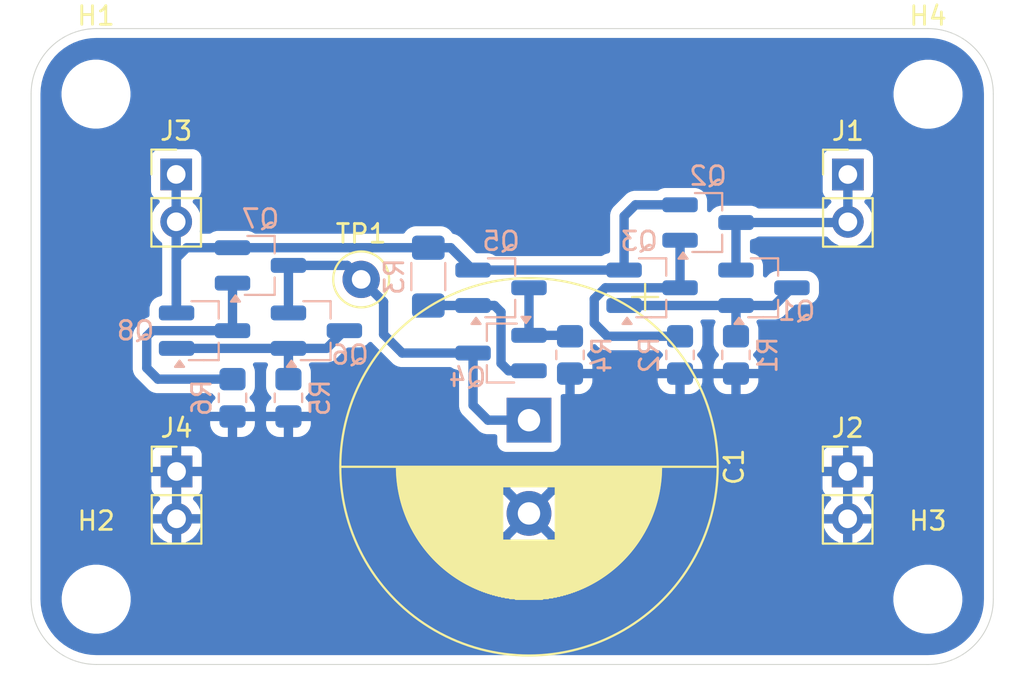
<source format=kicad_pcb>
(kicad_pcb (version 20240108) (generator "pcbnew") (generator_version "8.0")
  (title_block (title "Super Capacitor Charge and Backup Circuit") (date "2024-04-21") (company "Perry Leumas") (comment 1 "Test circuit of backup power for ATtiny416 to") (comment 2 "    provide enough power for EEPROM write on power loss"))
  (layers (0 "F.Cu" signal) (31 "B.Cu" signal) (34 "B.Paste" user) (35 "F.Paste" user) (36 "B.SilkS" user "B.Silkscreen") (37 "F.SilkS" user "F.Silkscreen") (38 "B.Mask" user) (39 "F.Mask" user) (44 "Edge.Cuts" user))
  (net 0 "")
  (net 1 "GND")
  (net 2 "Net-(Q4-C)")
  (net 3 "/Vin")
  (net 4 "/Vout")
  (net 5 "Net-(Q1-B)")
  (net 6 "Net-(Q2-G)")
  (net 7 "Net-(Q4-B)")
  (net 8 "Net-(Q4-E)")
  (net 9 "Net-(Q6-B)")
  (net 10 "Net-(Q7-G)")
  (footprint "pl_Capacitor_THT:CP_Radial_D20.0mm_P5.00mm" (layer "F.Cu") (at 178.1 78.9 -90)
    (property "Reference" "C1" (at 2.5 -11 90) (layer "F.SilkS"))
    (property "Value" "1F")
    (fp_line (start 3.581 1.44) (end 3.581 6.998) (stroke (width 0.12)) (layer "F.SilkS"))
    (fp_line (start 3.621 1.44) (end 3.621 6.992) (stroke (width 0.12)) (layer "F.SilkS"))
    (fp_line (start 3.661 1.44) (end 3.661 6.985) (stroke (width 0.12)) (layer "F.SilkS"))
    (fp_line (start 3.701 1.44) (end 3.701 6.979) (stroke (width 0.12)) (layer "F.SilkS"))
    (fp_line (start 3.741 1.44) (end 3.741 6.972) (stroke (width 0.12)) (layer "F.SilkS"))
    (fp_line (start 3.781 1.44) (end 3.781 6.964) (stroke (width 0.12)) (layer "F.SilkS"))
    (fp_line (start 3.821 1.44) (end 3.821 6.957) (stroke (width 0.12)) (layer "F.SilkS"))
    (fp_line (start 3.861 1.44) (end 3.861 6.949) (stroke (width 0.12)) (layer "F.SilkS"))
    (fp_line (start 3.901 1.44) (end 3.901 6.942) (stroke (width 0.12)) (layer "F.SilkS"))
    (fp_line (start 3.941 1.44) (end 3.941 6.933) (stroke (width 0.12)) (layer "F.SilkS"))
    (fp_line (start 3.981 1.44) (end 3.981 6.925) (stroke (width 0.12)) (layer "F.SilkS"))
    (fp_line (start 4.021 1.44) (end 4.021 6.916) (stroke (width 0.12)) (layer "F.SilkS"))
    (fp_line (start 4.061 1.44) (end 4.061 6.907) (stroke (width 0.12)) (layer "F.SilkS"))
    (fp_line (start 4.101 1.44) (end 4.101 6.898) (stroke (width 0.12)) (layer "F.SilkS"))
    (fp_line (start 4.141 1.44) (end 4.141 6.889) (stroke (width 0.12)) (layer "F.SilkS"))
    (fp_line (start 4.181 1.44) (end 4.181 6.879) (stroke (width 0.12)) (layer "F.SilkS"))
    (fp_line (start 4.221 1.44) (end 4.221 6.87) (stroke (width 0.12)) (layer "F.SilkS"))
    (fp_line (start 4.261 1.44) (end 4.261 6.86) (stroke (width 0.12)) (layer "F.SilkS"))
    (fp_line (start 4.301 1.44) (end 4.301 6.849) (stroke (width 0.12)) (layer "F.SilkS"))
    (fp_line (start 4.341 1.44) (end 4.341 6.839) (stroke (width 0.12)) (layer "F.SilkS"))
    (fp_line (start 4.381 1.44) (end 4.381 6.828) (stroke (width 0.12)) (layer "F.SilkS"))
    (fp_line (start 4.421 1.44) (end 4.421 6.817) (stroke (width 0.12)) (layer "F.SilkS"))
    (fp_line (start 4.461 1.44) (end 4.461 6.805) (stroke (width 0.12)) (layer "F.SilkS"))
    (fp_line (start 4.501 1.44) (end 4.501 6.794) (stroke (width 0.12)) (layer "F.SilkS"))
    (fp_line (start 4.541 1.44) (end 4.541 6.782) (stroke (width 0.12)) (layer "F.SilkS"))
    (fp_line (start 4.581 1.44) (end 4.581 6.77) (stroke (width 0.12)) (layer "F.SilkS"))
    (fp_line (start 4.621 1.44) (end 4.621 6.758) (stroke (width 0.12)) (layer "F.SilkS"))
    (fp_line (start 4.661 1.44) (end 4.661 6.745) (stroke (width 0.12)) (layer "F.SilkS"))
    (fp_line (start 4.701 1.44) (end 4.701 6.732) (stroke (width 0.12)) (layer "F.SilkS"))
    (fp_line (start 4.741 1.44) (end 4.741 6.719) (stroke (width 0.12)) (layer "F.SilkS"))
    (fp_line (start 4.781 1.44) (end 4.781 6.706) (stroke (width 0.12)) (layer "F.SilkS"))
    (fp_line (start 4.821 1.44) (end 4.821 6.692) (stroke (width 0.12)) (layer "F.SilkS"))
    (fp_line (start 4.861 1.44) (end 4.861 6.678) (stroke (width 0.12)) (layer "F.SilkS"))
    (fp_line (start 4.901 1.44) (end 4.901 6.664) (stroke (width 0.12)) (layer "F.SilkS"))
    (fp_line (start 4.941 1.44) (end 4.941 6.649) (stroke (width 0.12)) (layer "F.SilkS"))
    (fp_line (start 4.981 1.44) (end 4.981 6.635) (stroke (width 0.12)) (layer "F.SilkS"))
    (fp_line (start 5.021 1.44) (end 5.021 6.62) (stroke (width 0.12)) (layer "F.SilkS"))
    (fp_line (start 5.061 1.44) (end 5.061 6.604) (stroke (width 0.12)) (layer "F.SilkS"))
    (fp_line (start 5.101 1.44) (end 5.101 6.589) (stroke (width 0.12)) (layer "F.SilkS"))
    (fp_line (start 5.141 1.44) (end 5.141 6.573) (stroke (width 0.12)) (layer "F.SilkS"))
    (fp_line (start 5.181 1.44) (end 5.181 6.557) (stroke (width 0.12)) (layer "F.SilkS"))
    (fp_line (start 5.221 1.44) (end 5.221 6.54) (stroke (width 0.12)) (layer "F.SilkS"))
    (fp_line (start 5.261 1.44) (end 5.261 6.524) (stroke (width 0.12)) (layer "F.SilkS"))
    (fp_line (start 5.301 1.44) (end 5.301 6.507) (stroke (width 0.12)) (layer "F.SilkS"))
    (fp_line (start 5.341 1.44) (end 5.341 6.49) (stroke (width 0.12)) (layer "F.SilkS"))
    (fp_line (start 5.381 1.44) (end 5.381 6.472) (stroke (width 0.12)) (layer "F.SilkS"))
    (fp_line (start 5.421 1.44) (end 5.421 6.454) (stroke (width 0.12)) (layer "F.SilkS"))
    (fp_line (start 5.461 1.44) (end 5.461 6.436) (stroke (width 0.12)) (layer "F.SilkS"))
    (fp_line (start 5.501 1.44) (end 5.501 6.418) (stroke (width 0.12)) (layer "F.SilkS"))
    (fp_line (start 5.541 1.44) (end 5.541 6.399) (stroke (width 0.12)) (layer "F.SilkS"))
    (fp_line (start 5.581 1.44) (end 5.581 6.38) (stroke (width 0.12)) (layer "F.SilkS"))
    (fp_line (start 5.621 1.44) (end 5.621 6.36) (stroke (width 0.12)) (layer "F.SilkS"))
    (fp_line (start 5.661 1.44) (end 5.661 6.341) (stroke (width 0.12)) (layer "F.SilkS"))
    (fp_line (start 5.701 1.44) (end 5.701 6.321) (stroke (width 0.12)) (layer "F.SilkS"))
    (fp_line (start 5.741 1.44) (end 5.741 6.301) (stroke (width 0.12)) (layer "F.SilkS"))
    (fp_line (start 5.781 1.44) (end 5.781 6.28) (stroke (width 0.12)) (layer "F.SilkS"))
    (fp_line (start 5.821 1.44) (end 5.821 6.259) (stroke (width 0.12)) (layer "F.SilkS"))
    (fp_line (start 5.861 1.44) (end 5.861 6.238) (stroke (width 0.12)) (layer "F.SilkS"))
    (fp_line (start 5.901 1.44) (end 5.901 6.216) (stroke (width 0.12)) (layer "F.SilkS"))
    (fp_line (start 5.941 1.44) (end 5.941 6.194) (stroke (width 0.12)) (layer "F.SilkS"))
    (fp_line (start 5.981 1.44) (end 5.981 6.172) (stroke (width 0.12)) (layer "F.SilkS"))
    (fp_line (start 6.021 1.44) (end 6.021 6.15) (stroke (width 0.12)) (layer "F.SilkS"))
    (fp_line (start 6.061 1.44) (end 6.061 6.127) (stroke (width 0.12)) (layer "F.SilkS"))
    (fp_line (start 6.101 1.44) (end 6.101 6.103) (stroke (width 0.12)) (layer "F.SilkS"))
    (fp_line (start 6.141 1.44) (end 6.141 6.08) (stroke (width 0.12)) (layer "F.SilkS"))
    (fp_line (start 6.181 1.44) (end 6.181 6.056) (stroke (width 0.12)) (layer "F.SilkS"))
    (fp_line (start 6.221 1.44) (end 6.221 6.031) (stroke (width 0.12)) (layer "F.SilkS"))
    (fp_line (start 6.261 1.44) (end 6.261 6.007) (stroke (width 0.12)) (layer "F.SilkS"))
    (fp_line (start 6.301 1.44) (end 6.301 5.982) (stroke (width 0.12)) (layer "F.SilkS"))
    (fp_line (start 6.341 1.44) (end 6.341 5.956) (stroke (width 0.12)) (layer "F.SilkS"))
    (fp_line (start 6.381 1.44) (end 6.381 5.93) (stroke (width 0.12)) (layer "F.SilkS"))
    (fp_line (start 6.421 1.44) (end 6.421 5.904) (stroke (width 0.12)) (layer "F.SilkS"))
    (fp_line (start 9.581 -0.714) (end 9.581 0.714) (stroke (width 0.12)) (layer "F.SilkS"))
    (fp_line (start 9.541 -1.025) (end 9.541 1.025) (stroke (width 0.12)) (layer "F.SilkS"))
    (fp_line (start 9.501 -1.262) (end 9.501 1.262) (stroke (width 0.12)) (layer "F.SilkS"))
    (fp_line (start 9.461 -1.461) (end 9.461 1.461) (stroke (width 0.12)) (layer "F.SilkS"))
    (fp_line (start 9.421 -1.636) (end 9.421 1.636) (stroke (width 0.12)) (layer "F.SilkS"))
    (fp_line (start 9.381 -1.794) (end 9.381 1.794) (stroke (width 0.12)) (layer "F.SilkS"))
    (fp_line (start 9.341 -1.938) (end 9.341 1.938) (stroke (width 0.12)) (layer "F.SilkS"))
    (fp_line (start 9.301 -2.071) (end 9.301 2.071) (stroke (width 0.12)) (layer "F.SilkS"))
    (fp_line (start 9.261 -2.196) (end 9.261 2.196) (stroke (width 0.12)) (layer "F.SilkS"))
    (fp_line (start 9.221 -2.313) (end 9.221 2.313) (stroke (width 0.12)) (layer "F.SilkS"))
    (fp_line (start 9.181 -2.425) (end 9.181 2.425) (stroke (width 0.12)) (layer "F.SilkS"))
    (fp_line (start 9.141 -2.53) (end 9.141 2.53) (stroke (width 0.12)) (layer "F.SilkS"))
    (fp_line (start 9.101 -2.632) (end 9.101 2.632) (stroke (width 0.12)) (layer "F.SilkS"))
    (fp_line (start 9.061 -2.728) (end 9.061 2.728) (stroke (width 0.12)) (layer "F.SilkS"))
    (fp_line (start 9.021 -2.821) (end 9.021 2.821) (stroke (width 0.12)) (layer "F.SilkS"))
    (fp_line (start 8.981 -2.911) (end 8.981 2.911) (stroke (width 0.12)) (layer "F.SilkS"))
    (fp_line (start 8.941 -2.997) (end 8.941 2.997) (stroke (width 0.12)) (layer "F.SilkS"))
    (fp_line (start 8.901 -3.08) (end 8.901 3.08) (stroke (width 0.12)) (layer "F.SilkS"))
    (fp_line (start 8.861 -3.161) (end 8.861 3.161) (stroke (width 0.12)) (layer "F.SilkS"))
    (fp_line (start 8.821 -3.24) (end 8.821 3.24) (stroke (width 0.12)) (layer "F.SilkS"))
    (fp_line (start 8.781 -3.315) (end 8.781 3.315) (stroke (width 0.12)) (layer "F.SilkS"))
    (fp_line (start 8.741 -3.389) (end 8.741 3.389) (stroke (width 0.12)) (layer "F.SilkS"))
    (fp_line (start 8.701 -3.461) (end 8.701 3.461) (stroke (width 0.12)) (layer "F.SilkS"))
    (fp_line (start 8.661 -3.531) (end 8.661 3.531) (stroke (width 0.12)) (layer "F.SilkS"))
    (fp_line (start 8.621 -3.599) (end 8.621 3.599) (stroke (width 0.12)) (layer "F.SilkS"))
    (fp_line (start 8.581 -3.666) (end 8.581 3.666) (stroke (width 0.12)) (layer "F.SilkS"))
    (fp_line (start 8.541 -3.73) (end 8.541 3.73) (stroke (width 0.12)) (layer "F.SilkS"))
    (fp_line (start 8.501 -3.794) (end 8.501 3.794) (stroke (width 0.12)) (layer "F.SilkS"))
    (fp_line (start 8.461 -3.856) (end 8.461 3.856) (stroke (width 0.12)) (layer "F.SilkS"))
    (fp_line (start 8.421 -3.916) (end 8.421 3.916) (stroke (width 0.12)) (layer "F.SilkS"))
    (fp_line (start 8.381 -3.975) (end 8.381 3.975) (stroke (width 0.12)) (layer "F.SilkS"))
    (fp_line (start 8.341 -4.033) (end 8.341 4.033) (stroke (width 0.12)) (layer "F.SilkS"))
    (fp_line (start 8.301 -4.09) (end 8.301 4.09) (stroke (width 0.12)) (layer "F.SilkS"))
    (fp_line (start 8.261 -4.146) (end 8.261 4.146) (stroke (width 0.12)) (layer "F.SilkS"))
    (fp_line (start 8.221 -4.2) (end 8.221 4.2) (stroke (width 0.12)) (layer "F.SilkS"))
    (fp_line (start 8.181 -4.254) (end 8.181 4.254) (stroke (width 0.12)) (layer "F.SilkS"))
    (fp_line (start 8.141 -4.306) (end 8.141 4.306) (stroke (width 0.12)) (layer "F.SilkS"))
    (fp_line (start 8.101 -4.358) (end 8.101 4.358) (stroke (width 0.12)) (layer "F.SilkS"))
    (fp_line (start 8.061 -4.408) (end 8.061 4.408) (stroke (width 0.12)) (layer "F.SilkS"))
    (fp_line (start 8.021 -4.458) (end 8.021 4.458) (stroke (width 0.12)) (layer "F.SilkS"))
    (fp_line (start 7.981 -4.506) (end 7.981 4.506) (stroke (width 0.12)) (layer "F.SilkS"))
    (fp_line (start 7.941 -4.554) (end 7.941 4.554) (stroke (width 0.12)) (layer "F.SilkS"))
    (fp_line (start 7.901 -4.601) (end 7.901 4.601) (stroke (width 0.12)) (layer "F.SilkS"))
    (fp_line (start 7.861 -4.647) (end 7.861 4.647) (stroke (width 0.12)) (layer "F.SilkS"))
    (fp_line (start 7.821 -4.693) (end 7.821 4.693) (stroke (width 0.12)) (layer "F.SilkS"))
    (fp_line (start 7.781 -4.737) (end 7.781 4.737) (stroke (width 0.12)) (layer "F.SilkS"))
    (fp_line (start 7.741 -4.781) (end 7.741 4.781) (stroke (width 0.12)) (layer "F.SilkS"))
    (fp_line (start 7.701 -4.824) (end 7.701 4.824) (stroke (width 0.12)) (layer "F.SilkS"))
    (fp_line (start 7.661 -4.866) (end 7.661 4.866) (stroke (width 0.12)) (layer "F.SilkS"))
    (fp_line (start 7.621 -4.908) (end 7.621 4.908) (stroke (width 0.12)) (layer "F.SilkS"))
    (fp_line (start 7.581 -4.949) (end 7.581 4.949) (stroke (width 0.12)) (layer "F.SilkS"))
    (fp_line (start 7.541 -4.99) (end 7.541 4.99) (stroke (width 0.12)) (layer "F.SilkS"))
    (fp_line (start 7.501 -5.029) (end 7.501 5.029) (stroke (width 0.12)) (layer "F.SilkS"))
    (fp_line (start 7.461 -5.069) (end 7.461 5.069) (stroke (width 0.12)) (layer "F.SilkS"))
    (fp_line (start 7.421 -5.107) (end 7.421 5.107) (stroke (width 0.12)) (layer "F.SilkS"))
    (fp_line (start 7.381 -5.145) (end 7.381 5.145) (stroke (width 0.12)) (layer "F.SilkS"))
    (fp_line (start 7.341 -5.182) (end 7.341 5.182) (stroke (width 0.12)) (layer "F.SilkS"))
    (fp_line (start 7.301 -5.219) (end 7.301 5.219) (stroke (width 0.12)) (layer "F.SilkS"))
    (fp_line (start 7.261 -5.255) (end 7.261 5.255) (stroke (width 0.12)) (layer "F.SilkS"))
    (fp_line (start 7.221 -5.291) (end 7.221 5.291) (stroke (width 0.12)) (layer "F.SilkS"))
    (fp_line (start 7.181 -5.326) (end 7.181 5.326) (stroke (width 0.12)) (layer "F.SilkS"))
    (fp_line (start 7.141 -5.361) (end 7.141 5.361) (stroke (width 0.12)) (layer "F.SilkS"))
    (fp_line (start 7.101 -5.395) (end 7.101 5.395) (stroke (width 0.12)) (layer "F.SilkS"))
    (fp_line (start 7.061 -5.429) (end 7.061 5.429) (stroke (width 0.12)) (layer "F.SilkS"))
    (fp_line (start 7.021 -5.462) (end 7.021 5.462) (stroke (width 0.12)) (layer "F.SilkS"))
    (fp_line (start 6.981 -5.494) (end 6.981 5.494) (stroke (width 0.12)) (layer "F.SilkS"))
    (fp_line (start 6.941 -5.527) (end 6.941 5.527) (stroke (width 0.12)) (layer "F.SilkS"))
    (fp_line (start 6.901 -5.558) (end 6.901 5.558) (stroke (width 0.12)) (layer "F.SilkS"))
    (fp_line (start 6.861 -5.589) (end 6.861 5.589) (stroke (width 0.12)) (layer "F.SilkS"))
    (fp_line (start 6.821 -5.62) (end 6.821 5.62) (stroke (width 0.12)) (layer "F.SilkS"))
    (fp_line (start 6.781 -5.65) (end 6.781 5.65) (stroke (width 0.12)) (layer "F.SilkS"))
    (fp_line (start 6.741 -5.68) (end 6.741 5.68) (stroke (width 0.12)) (layer "F.SilkS"))
    (fp_line (start 6.701 -5.71) (end 6.701 5.71) (stroke (width 0.12)) (layer "F.SilkS"))
    (fp_line (start 6.661 -5.739) (end 6.661 5.739) (stroke (width 0.12)) (layer "F.SilkS"))
    (fp_line (start 6.621 -5.767) (end 6.621 5.767) (stroke (width 0.12)) (layer "F.SilkS"))
    (fp_line (start 6.581 -5.796) (end 6.581 5.796) (stroke (width 0.12)) (layer "F.SilkS"))
    (fp_line (start 6.541 -5.823) (end 6.541 5.823) (stroke (width 0.12)) (layer "F.SilkS"))
    (fp_line (start 6.501 -5.851) (end 6.501 5.851) (stroke (width 0.12)) (layer "F.SilkS"))
    (fp_line (start 6.461 -5.878) (end 6.461 5.878) (stroke (width 0.12)) (layer "F.SilkS"))
    (fp_line (start 6.421 -5.904) (end 6.421 -1.44) (stroke (width 0.12)) (layer "F.SilkS"))
    (fp_line (start 6.381 -5.93) (end 6.381 -1.44) (stroke (width 0.12)) (layer "F.SilkS"))
    (fp_line (start 6.341 -5.956) (end 6.341 -1.44) (stroke (width 0.12)) (layer "F.SilkS"))
    (fp_line (start 6.301 -5.982) (end 6.301 -1.44) (stroke (width 0.12)) (layer "F.SilkS"))
    (fp_line (start 6.261 -6.007) (end 6.261 -1.44) (stroke (width 0.12)) (layer "F.SilkS"))
    (fp_line (start 6.221 -6.031) (end 6.221 -1.44) (stroke (width 0.12)) (layer "F.SilkS"))
    (fp_line (start 6.181 -6.056) (end 6.181 -1.44) (stroke (width 0.12)) (layer "F.SilkS"))
    (fp_line (start 6.141 -6.08) (end 6.141 -1.44) (stroke (width 0.12)) (layer "F.SilkS"))
    (fp_line (start 6.101 -6.103) (end 6.101 -1.44) (stroke (width 0.12)) (layer "F.SilkS"))
    (fp_line (start 6.061 -6.127) (end 6.061 -1.44) (stroke (width 0.12)) (layer "F.SilkS"))
    (fp_line (start 6.021 -6.15) (end 6.021 -1.44) (stroke (width 0.12)) (layer "F.SilkS"))
    (fp_line (start 5.981 -6.172) (end 5.981 -1.44) (stroke (width 0.12)) (layer "F.SilkS"))
    (fp_line (start 5.941 -6.194) (end 5.941 -1.44) (stroke (width 0.12)) (layer "F.SilkS"))
    (fp_line (start 5.901 -6.216) (end 5.901 -1.44) (stroke (width 0.12)) (layer "F.SilkS"))
    (fp_line (start -7.306477 -6.2275) (end -5.906477 -6.2275) (stroke (width 0.12)) (layer "F.SilkS"))
    (fp_line (start 5.861 -6.238) (end 5.861 -1.44) (stroke (width 0.12)) (layer "F.SilkS"))
    (fp_line (start 5.821 -6.259) (end 5.821 -1.44) (stroke (width 0.12)) (layer "F.SilkS"))
    (fp_line (start 5.781 -6.28) (end 5.781 -1.44) (stroke (width 0.12)) (layer "F.SilkS"))
    (fp_line (start 5.741 -6.301) (end 5.741 -1.44) (stroke (width 0.12)) (layer "F.SilkS"))
    (fp_line (start 5.701 -6.321) (end 5.701 -1.44) (stroke (width 0.12)) (layer "F.SilkS"))
    (fp_line (start 5.661 -6.341) (end 5.661 -1.44) (stroke (width 0.12)) (layer "F.SilkS"))
    (fp_line (start 5.621 -6.36) (end 5.621 -1.44) (stroke (width 0.12)) (layer "F.SilkS"))
    (fp_line (start 5.581 -6.38) (end 5.581 -1.44) (stroke (width 0.12)) (layer "F.SilkS"))
    (fp_line (start 5.541 -6.399) (end 5.541 -1.44) (stroke (width 0.12)) (layer "F.SilkS"))
    (fp_line (start 5.501 -6.418) (end 5.501 -1.44) (stroke (width 0.12)) (layer "F.SilkS"))
    (fp_line (start 5.461 -6.436) (end 5.461 -1.44) (stroke (width 0.12)) (layer "F.SilkS"))
    (fp_line (start 5.421 -6.454) (end 5.421 -1.44) (stroke (width 0.12)) (layer "F.SilkS"))
    (fp_line (start 5.381 -6.472) (end 5.381 -1.44) (stroke (width 0.12)) (layer "F.SilkS"))
    (fp_line (start 5.341 -6.49) (end 5.341 -1.44) (stroke (width 0.12)) (layer "F.SilkS"))
    (fp_line (start 5.301 -6.507) (end 5.301 -1.44) (stroke (width 0.12)) (layer "F.SilkS"))
    (fp_line (start 5.261 -6.524) (end 5.261 -1.44) (stroke (width 0.12)) (layer "F.SilkS"))
    (fp_line (start 5.221 -6.54) (end 5.221 -1.44) (stroke (width 0.12)) (layer "F.SilkS"))
    (fp_line (start 5.181 -6.557) (end 5.181 -1.44) (stroke (width 0.12)) (layer "F.SilkS"))
    (fp_line (start 5.141 -6.573) (end 5.141 -1.44) (stroke (width 0.12)) (layer "F.SilkS"))
    (fp_line (start 5.101 -6.589) (end 5.101 -1.44) (stroke (width 0.12)) (layer "F.SilkS"))
    (fp_line (start 5.061 -6.604) (end 5.061 -1.44) (stroke (width 0.12)) (layer "F.SilkS"))
    (fp_line (start 5.021 -6.62) (end 5.021 -1.44) (stroke (width 0.12)) (layer "F.SilkS"))
    (fp_line (start 4.981 -6.635) (end 4.981 -1.44) (stroke (width 0.12)) (layer "F.SilkS"))
    (fp_line (start 4.941 -6.649) (end 4.941 -1.44) (stroke (width 0.12)) (layer "F.SilkS"))
    (fp_line (start 4.901 -6.664) (end 4.901 -1.44) (stroke (width 0.12)) (layer "F.SilkS"))
    (fp_line (start 4.861 -6.678) (end 4.861 -1.44) (stroke (width 0.12)) (layer "F.SilkS"))
    (fp_line (start 4.821 -6.692) (end 4.821 -1.44) (stroke (width 0.12)) (layer "F.SilkS"))
    (fp_line (start 4.781 -6.706) (end 4.781 -1.44) (stroke (width 0.12)) (layer "F.SilkS"))
    (fp_line (start 4.741 -6.719) (end 4.741 -1.44) (stroke (width 0.12)) (layer "F.SilkS"))
    (fp_line (start 4.701 -6.732) (end 4.701 -1.44) (stroke (width 0.12)) (layer "F.SilkS"))
    (fp_line (start 4.661 -6.745) (end 4.661 -1.44) (stroke (width 0.12)) (layer "F.SilkS"))
    (fp_line (start 4.621 -6.758) (end 4.621 -1.44) (stroke (width 0.12)) (layer "F.SilkS"))
    (fp_line (start 4.581 -6.77) (end 4.581 -1.44) (stroke (width 0.12)) (layer "F.SilkS"))
    (fp_line (start 4.541 -6.782) (end 4.541 -1.44) (stroke (width 0.12)) (layer "F.SilkS"))
    (fp_line (start 4.501 -6.794) (end 4.501 -1.44) (stroke (width 0.12)) (layer "F.SilkS"))
    (fp_line (start 4.461 -6.805) (end 4.461 -1.44) (stroke (width 0.12)) (layer "F.SilkS"))
    (fp_line (start 4.421 -6.817) (end 4.421 -1.44) (stroke (width 0.12)) (layer "F.SilkS"))
    (fp_line (start 4.381 -6.828) (end 4.381 -1.44) (stroke (width 0.12)) (layer "F.SilkS"))
    (fp_line (start 4.341 -6.839) (end 4.341 -1.44) (stroke (width 0.12)) (layer "F.SilkS"))
    (fp_line (start 4.301 -6.849) (end 4.301 -1.44) (stroke (width 0.12)) (layer "F.SilkS"))
    (fp_line (start 4.261 -6.86) (end 4.261 -1.44) (stroke (width 0.12)) (layer "F.SilkS"))
    (fp_line (start 4.221 -6.87) (end 4.221 -1.44) (stroke (width 0.12)) (layer "F.SilkS"))
    (fp_line (start 4.181 -6.879) (end 4.181 -1.44) (stroke (width 0.12)) (layer "F.SilkS"))
    (fp_line (start 4.141 -6.889) (end 4.141 -1.44) (stroke (width 0.12)) (layer "F.SilkS"))
    (fp_line (start 4.101 -6.898) (end 4.101 -1.44) (stroke (width 0.12)) (layer "F.SilkS"))
    (fp_line (start 4.061 -6.907) (end 4.061 -1.44) (stroke (width 0.12)) (layer "F.SilkS"))
    (fp_line (start 4.021 -6.916) (end 4.021 -1.44) (stroke (width 0.12)) (layer "F.SilkS"))
    (fp_line (start 3.981 -6.925) (end 3.981 -1.44) (stroke (width 0.12)) (layer "F.SilkS"))
    (fp_line (start -6.606477 -6.9275) (end -6.606477 -5.5275) (stroke (width 0.12)) (layer "F.SilkS"))
    (fp_line (start 3.941 -6.933) (end 3.941 -1.44) (stroke (width 0.12)) (layer "F.SilkS"))
    (fp_line (start 3.901 -6.942) (end 3.901 -1.44) (stroke (width 0.12)) (layer "F.SilkS"))
    (fp_line (start 3.861 -6.949) (end 3.861 -1.44) (stroke (width 0.12)) (layer "F.SilkS"))
    (fp_line (start 3.821 -6.957) (end 3.821 -1.44) (stroke (width 0.12)) (layer "F.SilkS"))
    (fp_line (start 3.781 -6.964) (end 3.781 -1.44) (stroke (width 0.12)) (layer "F.SilkS"))
    (fp_line (start 3.741 -6.972) (end 3.741 -1.44) (stroke (width 0.12)) (layer "F.SilkS"))
    (fp_line (start 3.701 -6.979) (end 3.701 -1.44) (stroke (width 0.12)) (layer "F.SilkS"))
    (fp_line (start 3.661 -6.985) (end 3.661 -1.44) (stroke (width 0.12)) (layer "F.SilkS"))
    (fp_line (start 3.621 -6.992) (end 3.621 -1.44) (stroke (width 0.12)) (layer "F.SilkS"))
    (fp_line (start 3.581 -6.998) (end 3.581 -1.44) (stroke (width 0.12)) (layer "F.SilkS"))
    (fp_line (start 3.541 -7.004) (end 3.541 7.004) (stroke (width 0.12)) (layer "F.SilkS"))
    (fp_line (start 3.501 -7.01) (end 3.501 7.01) (stroke (width 0.12)) (layer "F.SilkS"))
    (fp_line (start 3.461 -7.015) (end 3.461 7.015) (stroke (width 0.12)) (layer "F.SilkS"))
    (fp_line (start 3.421 -7.021) (end 3.421 7.021) (stroke (width 0.12)) (layer "F.SilkS"))
    (fp_line (start 3.381 -7.026) (end 3.381 7.026) (stroke (width 0.12)) (layer "F.SilkS"))
    (fp_line (start 3.341 -7.031) (end 3.341 7.031) (stroke (width 0.12)) (layer "F.SilkS"))
    (fp_line (start 3.301 -7.035) (end 3.301 7.035) (stroke (width 0.12)) (layer "F.SilkS"))
    (fp_line (start 3.261 -7.04) (end 3.261 7.04) (stroke (width 0.12)) (layer "F.SilkS"))
    (fp_line (start 3.221 -7.044) (end 3.221 7.044) (stroke (width 0.12)) (layer "F.SilkS"))
    (fp_line (start 3.18 -7.048) (end 3.18 7.048) (stroke (width 0.12)) (layer "F.SilkS"))
    (fp_line (start 3.14 -7.052) (end 3.14 7.052) (stroke (width 0.12)) (layer "F.SilkS"))
    (fp_line (start 3.1 -7.055) (end 3.1 7.055) (stroke (width 0.12)) (layer "F.SilkS"))
    (fp_line (start 3.06 -7.058) (end 3.06 7.058) (stroke (width 0.12)) (layer "F.SilkS"))
    (fp_line (start 3.02 -7.061) (end 3.02 7.061) (stroke (width 0.12)) (layer "F.SilkS"))
    (fp_line (start 2.98 -7.064) (end 2.98 7.064) (stroke (width 0.12)) (layer "F.SilkS"))
    (fp_line (start 2.94 -7.067) (end 2.94 7.067) (stroke (width 0.12)) (layer "F.SilkS"))
    (fp_line (start 2.9 -7.069) (end 2.9 7.069) (stroke (width 0.12)) (layer "F.SilkS"))
    (fp_line (start 2.86 -7.071) (end 2.86 7.071) (stroke (width 0.12)) (layer "F.SilkS"))
    (fp_line (start 2.82 -7.073) (end 2.82 7.073) (stroke (width 0.12)) (layer "F.SilkS"))
    (fp_line (start 2.78 -7.075) (end 2.78 7.075) (stroke (width 0.12)) (layer "F.SilkS"))
    (fp_line (start 2.74 -7.076) (end 2.74 7.076) (stroke (width 0.12)) (layer "F.SilkS"))
    (fp_line (start 2.7 -7.078) (end 2.7 7.078) (stroke (width 0.12)) (layer "F.SilkS"))
    (fp_line (start 2.62 -7.079) (end 2.62 7.079) (stroke (width 0.12)) (layer "F.SilkS"))
    (fp_line (start 2.66 -7.079) (end 2.66 7.079) (stroke (width 0.12)) (layer "F.SilkS"))
    (fp_line (start 2.54 -7.08) (end 2.54 7.08) (stroke (width 0.12)) (layer "F.SilkS"))
    (fp_line (start 2.58 -7.08) (end 2.58 7.08) (stroke (width 0.12)) (layer "F.SilkS"))
    (fp_line (start 2.5 -10.08) (end 2.5 10.08) (stroke (width 0.12)) (layer "F.SilkS"))
    (fp_circle (center 2.5 0) (end 12.62 0) (stroke (width 0.12)) (fill none) (layer "F.SilkS"))
    (pad "1" thru_hole rect (at 0 0 270) (size 2.4 2.4) (drill 1.2) (layers "*.Cu" "*.Mask") (net 2 "Net-(Q4-C)"))
    (pad "2" thru_hole circle (at 5 0 270) (size 2.4 2.4) (drill 1.2) (layers "*.Cu" "*.Mask") (net 1 "GND"))
  )
  (footprint "MountingHole:MountingHole_3.2mm_M3" (layer "F.Cu") (at 199.5 61.42)
    (property "Reference" "H4" (at 0 -4.2 0) (layer "F.SilkS"))
    (property "Value" "MountingHole")
    (pad "" np_thru_hole circle (at 0 0) (size 3.2 3.2) (drill 3.2) (layers "*.Cu" "*.Mask"))
  )
  (footprint "Connector_PinHeader_2.54mm:PinHeader_1x02_P2.54mm_Vertical" (layer "F.Cu") (at 159.2 81.65)
    (property "Reference" "J4" (at 0 -2.33 0) (layer "F.SilkS"))
    (property "Value" "GND")
    (fp_line (start -1.33 -1.33) (end 0 -1.33) (stroke (width 0.12)) (layer "F.SilkS"))
    (fp_line (start -1.33 0) (end -1.33 -1.33) (stroke (width 0.12)) (layer "F.SilkS"))
    (fp_line (start -1.33 1.27) (end -1.33 3.87) (stroke (width 0.12)) (layer "F.SilkS"))
    (fp_line (start -1.33 1.27) (end 1.33 1.27) (stroke (width 0.12)) (layer "F.SilkS"))
    (fp_line (start -1.33 3.87) (end 1.33 3.87) (stroke (width 0.12)) (layer "F.SilkS"))
    (fp_line (start 1.33 1.27) (end 1.33 3.87) (stroke (width 0.12)) (layer "F.SilkS"))
    (pad "1" thru_hole rect (at 0 0) (size 1.7 1.7) (drill 1) (layers "*.Cu" "*.Mask") (net 1 "GND"))
    (pad "2" thru_hole oval (at 0 2.54) (size 1.7 1.7) (drill 1) (layers "*.Cu" "*.Mask") (net 1 "GND"))
  )
  (footprint "TestPoint:TestPoint_Loop_D1.80mm_Drill1.0mm_Beaded" (layer "F.Cu") (at 169.1 71.35)
    (property "Reference" "TP1" (at 0 -2.45 0) (layer "F.SilkS"))
    (property "Value" "TestPoint")
    (fp_circle (center 0 0) (end 1.5 0) (stroke (width 0.12)) (fill none) (layer "F.SilkS"))
    (pad "1" thru_hole circle (at 0 0) (size 2 2) (drill 1) (layers "*.Cu" "*.Mask") (net 2 "Net-(Q4-C)"))
  )
  (footprint "MountingHole:MountingHole_3.2mm_M3" (layer "F.Cu") (at 154.88 61.415)
    (property "Reference" "H1" (at 0 -4.2 0) (layer "F.SilkS"))
    (property "Value" "MountingHole")
    (pad "" np_thru_hole circle (at 0 0) (size 3.2 3.2) (drill 3.2) (layers "*.Cu" "*.Mask"))
  )
  (footprint "Connector_PinHeader_2.54mm:PinHeader_1x02_P2.54mm_Vertical" (layer "F.Cu") (at 195.2 65.725)
    (property "Reference" "J1" (at 0 -2.33 0) (layer "F.SilkS"))
    (property "Value" "Vin")
    (fp_line (start -1.33 -1.33) (end 0 -1.33) (stroke (width 0.12)) (layer "F.SilkS"))
    (fp_line (start -1.33 0) (end -1.33 -1.33) (stroke (width 0.12)) (layer "F.SilkS"))
    (fp_line (start -1.33 1.27) (end -1.33 3.87) (stroke (width 0.12)) (layer "F.SilkS"))
    (fp_line (start -1.33 1.27) (end 1.33 1.27) (stroke (width 0.12)) (layer "F.SilkS"))
    (fp_line (start -1.33 3.87) (end 1.33 3.87) (stroke (width 0.12)) (layer "F.SilkS"))
    (fp_line (start 1.33 1.27) (end 1.33 3.87) (stroke (width 0.12)) (layer "F.SilkS"))
    (pad "1" thru_hole rect (at 0 0) (size 1.7 1.7) (drill 1) (layers "*.Cu" "*.Mask") (net 3 "/Vin"))
    (pad "2" thru_hole oval (at 0 2.54) (size 1.7 1.7) (drill 1) (layers "*.Cu" "*.Mask") (net 3 "/Vin"))
  )
  (footprint "MountingHole:MountingHole_3.2mm_M3" (layer "F.Cu") (at 199.49 88.5)
    (property "Reference" "H3" (at 0 -4.2 0) (layer "F.SilkS"))
    (property "Value" "MountingHole")
    (pad "" np_thru_hole circle (at 0 0) (size 3.2 3.2) (drill 3.2) (layers "*.Cu" "*.Mask"))
  )
  (footprint "MountingHole:MountingHole_3.2mm_M3" (layer "F.Cu") (at 154.89 88.5)
    (property "Reference" "H2" (at 0 -4.2 0) (layer "F.SilkS"))
    (property "Value" "MountingHole")
    (pad "" np_thru_hole circle (at 0 0) (size 3.2 3.2) (drill 3.2) (layers "*.Cu" "*.Mask"))
  )
  (footprint "Connector_PinHeader_2.54mm:PinHeader_1x02_P2.54mm_Vertical" (layer "F.Cu") (at 159.18 65.72)
    (property "Reference" "J3" (at 0 -2.33 0) (layer "F.SilkS"))
    (property "Value" "Vout")
    (fp_line (start -1.33 -1.33) (end 0 -1.33) (stroke (width 0.12)) (layer "F.SilkS"))
    (fp_line (start -1.33 0) (end -1.33 -1.33) (stroke (width 0.12)) (layer "F.SilkS"))
    (fp_line (start -1.33 1.27) (end -1.33 3.87) (stroke (width 0.12)) (layer "F.SilkS"))
    (fp_line (start -1.33 1.27) (end 1.33 1.27) (stroke (width 0.12)) (layer "F.SilkS"))
    (fp_line (start -1.33 3.87) (end 1.33 3.87) (stroke (width 0.12)) (layer "F.SilkS"))
    (fp_line (start 1.33 1.27) (end 1.33 3.87) (stroke (width 0.12)) (layer "F.SilkS"))
    (pad "1" thru_hole rect (at 0 0) (size 1.7 1.7) (drill 1) (layers "*.Cu" "*.Mask") (net 4 "/Vout"))
    (pad "2" thru_hole oval (at 0 2.54) (size 1.7 1.7) (drill 1) (layers "*.Cu" "*.Mask") (net 4 "/Vout"))
  )
  (footprint "Connector_PinHeader_2.54mm:PinHeader_1x02_P2.54mm_Vertical" (layer "F.Cu") (at 195.19 81.65)
    (property "Reference" "J2" (at 0 -2.33 0) (layer "F.SilkS"))
    (property "Value" "GND")
    (fp_line (start -1.33 -1.33) (end 0 -1.33) (stroke (width 0.12)) (layer "F.SilkS"))
    (fp_line (start -1.33 0) (end -1.33 -1.33) (stroke (width 0.12)) (layer "F.SilkS"))
    (fp_line (start -1.33 1.27) (end -1.33 3.87) (stroke (width 0.12)) (layer "F.SilkS"))
    (fp_line (start -1.33 1.27) (end 1.33 1.27) (stroke (width 0.12)) (layer "F.SilkS"))
    (fp_line (start -1.33 3.87) (end 1.33 3.87) (stroke (width 0.12)) (layer "F.SilkS"))
    (fp_line (start 1.33 1.27) (end 1.33 3.87) (stroke (width 0.12)) (layer "F.SilkS"))
    (pad "1" thru_hole rect (at 0 0) (size 1.7 1.7) (drill 1) (layers "*.Cu" "*.Mask") (net 1 "GND"))
    (pad "2" thru_hole oval (at 0 2.54) (size 1.7 1.7) (drill 1) (layers "*.Cu" "*.Mask") (net 1 "GND"))
  )
  (footprint "Resistor_SMD:R_0805_2012Metric_Pad1.20x1.40mm_HandSolder" (layer "B.Cu") (at 180.3 75.4 -90)
    (property "Reference" "R4" (at 0 -1.7 90) (layer "B.SilkS") (effects (justify mirror)))
    (property "Value" "20k")
    (fp_line (start 0.227064 0.735) (end -0.227064 0.735) (stroke (width 0.12)) (layer "B.SilkS"))
    (fp_line (start 0.227064 -0.735) (end -0.227064 -0.735) (stroke (width 0.12)) (layer "B.SilkS"))
    (pad "1" smd roundrect (at -1 0 270) (size 1.2 1.4) (layers "B.Cu" "B.Paste" "B.Mask") (roundrect_rratio 0.208333) (net 7 "Net-(Q4-B)"))
    (pad "2" smd roundrect (at 1 0 270) (size 1.2 1.4) (layers "B.Cu" "B.Paste" "B.Mask") (roundrect_rratio 0.208333) (net 1 "GND"))
  )
  (footprint "Package_TO_SOT_SMD:SOT-23_Handsoldering" (layer "B.Cu") (at 176.6 71.8)
    (property "Reference" "Q5" (at 0 -2.5 360) (layer "B.SilkS") (effects (justify mirror)))
    (property "Value" "PMBT3906.235")
    (fp_line (start -0.84 1.58) (end -0.04 1.58) (stroke (width 0.12)) (layer "B.SilkS"))
    (fp_line (start -0.7 -1.58) (end 0.76 -1.58) (stroke (width 0.12)) (layer "B.SilkS"))
    (fp_line (start 0.76 -0.65) (end 0.76 -1.58) (stroke (width 0.12)) (layer "B.SilkS"))
    (fp_line (start 0.76 0.65) (end 0.76 1.58) (stroke (width 0.12)) (layer "B.SilkS"))
    (fp_line (start 0.76 1.58) (end -0.04 1.58) (stroke (width 0.12)) (layer "B.SilkS"))
    (fp_poly (pts (xy -1.34 1.61) (xy -1.58 1.94) (xy -1.1 1.94) (xy -1.34 1.61)) (stroke (width 0.12)) (fill solid) (layer "B.SilkS"))
    (pad "1" smd roundrect (at -1.5 0.95) (size 1.9 0.8) (layers "B.Cu" "B.Paste" "B.Mask") (net 8 "Net-(Q4-E)"))
    (pad "2" smd roundrect (at -1.5 -0.95) (size 1.9 0.8) (layers "B.Cu" "B.Paste" "B.Mask") (net 4 "/Vout"))
    (pad "3" smd roundrect (at 1.5 0) (size 1.9 0.8) (layers "B.Cu" "B.Paste" "B.Mask") (net 7 "Net-(Q4-B)"))
  )
  (footprint "Package_TO_SOT_SMD:SOT-23_Handsoldering" (layer "B.Cu") (at 163.7 70.6)
    (property "Reference" "Q7" (at 0 -2.5 360) (layer "B.SilkS") (effects (justify mirror)))
    (property "Value" "DMP4065S-7")
    (fp_line (start -0.84 1.58) (end -0.04 1.58) (stroke (width 0.12)) (layer "B.SilkS"))
    (fp_line (start -0.7 -1.58) (end 0.76 -1.58) (stroke (width 0.12)) (layer "B.SilkS"))
    (fp_line (start 0.76 -0.65) (end 0.76 -1.58) (stroke (width 0.12)) (layer "B.SilkS"))
    (fp_line (start 0.76 0.65) (end 0.76 1.58) (stroke (width 0.12)) (layer "B.SilkS"))
    (fp_line (start 0.76 1.58) (end -0.04 1.58) (stroke (width 0.12)) (layer "B.SilkS"))
    (fp_poly (pts (xy -1.34 1.61) (xy -1.58 1.94) (xy -1.1 1.94) (xy -1.34 1.61)) (stroke (width 0.12)) (fill solid) (layer "B.SilkS"))
    (pad "1" smd roundrect (at -1.5 0.95) (size 1.9 0.8) (layers "B.Cu" "B.Paste" "B.Mask") (net 10 "Net-(Q7-G)"))
    (pad "2" smd roundrect (at -1.5 -0.95) (size 1.9 0.8) (layers "B.Cu" "B.Paste" "B.Mask") (net 4 "/Vout"))
    (pad "3" smd roundrect (at 1.5 0) (size 1.9 0.8) (layers "B.Cu" "B.Paste" "B.Mask") (net 2 "Net-(Q4-C)"))
  )
  (footprint "Package_TO_SOT_SMD:SOT-23_Handsoldering" (layer "B.Cu") (at 176.6 75.3 180)
    (property "Reference" "Q4" (at 1.8 -1.3 180) (layer "B.SilkS") (effects (justify mirror)))
    (property "Value" "PMBT3906.235")
    (fp_line (start 0.76 1.58) (end -0.04 1.58) (stroke (width 0.12)) (layer "B.SilkS"))
    (fp_line (start 0.76 0.65) (end 0.76 1.58) (stroke (width 0.12)) (layer "B.SilkS"))
    (fp_line (start 0.76 -0.65) (end 0.76 -1.58) (stroke (width 0.12)) (layer "B.SilkS"))
    (fp_line (start -0.7 -1.58) (end 0.76 -1.58) (stroke (width 0.12)) (layer "B.SilkS"))
    (fp_line (start -0.84 1.58) (end -0.04 1.58) (stroke (width 0.12)) (layer "B.SilkS"))
    (fp_poly (pts (xy -1.34 1.61) (xy -1.58 1.94) (xy -1.1 1.94) (xy -1.34 1.61)) (stroke (width 0.12)) (fill solid) (layer "B.SilkS"))
    (pad "1" smd roundrect (at -1.5 0.95 180) (size 1.9 0.8) (layers "B.Cu" "B.Paste" "B.Mask") (net 7 "Net-(Q4-B)"))
    (pad "2" smd roundrect (at -1.5 -0.95 180) (size 1.9 0.8) (layers "B.Cu" "B.Paste" "B.Mask") (net 8 "Net-(Q4-E)"))
    (pad "3" smd roundrect (at 1.5 0 180) (size 1.9 0.8) (layers "B.Cu" "B.Paste" "B.Mask") (net 2 "Net-(Q4-C)"))
  )
  (footprint "Resistor_SMD:R_0805_2012Metric_Pad1.20x1.40mm_HandSolder" (layer "B.Cu") (at 162.2 77.7 -90)
    (property "Reference" "R6" (at 0 1.65 90) (layer "B.SilkS") (effects (justify mirror)))
    (property "Value" "100k")
    (fp_line (start 0.227064 0.735) (end -0.227064 0.735) (stroke (width 0.12)) (layer "B.SilkS"))
    (fp_line (start 0.227064 -0.735) (end -0.227064 -0.735) (stroke (width 0.12)) (layer "B.SilkS"))
    (pad "1" smd roundrect (at -1 0 270) (size 1.2 1.4) (layers "B.Cu" "B.Paste" "B.Mask") (roundrect_rratio 0.208333) (net 10 "Net-(Q7-G)"))
    (pad "2" smd roundrect (at 1 0 270) (size 1.2 1.4) (layers "B.Cu" "B.Paste" "B.Mask") (roundrect_rratio 0.208333) (net 1 "GND"))
  )
  (footprint "Resistor_SMD:R_0805_2012Metric_Pad1.20x1.40mm_HandSolder" (layer "B.Cu") (at 186.2 75.4 -90)
    (property "Reference" "R2" (at 0 1.65 90) (layer "B.SilkS") (effects (justify mirror)))
    (property "Value" "100k")
    (fp_line (start 0.227064 0.735) (end -0.227064 0.735) (stroke (width 0.12)) (layer "B.SilkS"))
    (fp_line (start 0.227064 -0.735) (end -0.227064 -0.735) (stroke (width 0.12)) (layer "B.SilkS"))
    (pad "1" smd roundrect (at -1 0 270) (size 1.2 1.4) (layers "B.Cu" "B.Paste" "B.Mask") (roundrect_rratio 0.208333) (net 6 "Net-(Q2-G)"))
    (pad "2" smd roundrect (at 1 0 270) (size 1.2 1.4) (layers "B.Cu" "B.Paste" "B.Mask") (roundrect_rratio 0.208333) (net 1 "GND"))
  )
  (footprint "Package_TO_SOT_SMD:SOT-23_Handsoldering" (layer "B.Cu") (at 187.7 68.3)
    (property "Reference" "Q2" (at 0 -2.5 360) (layer "B.SilkS") (effects (justify mirror)))
    (property "Value" "DMP4065S-7")
    (fp_line (start -0.84 1.58) (end -0.04 1.58) (stroke (width 0.12)) (layer "B.SilkS"))
    (fp_line (start -0.7 -1.58) (end 0.76 -1.58) (stroke (width 0.12)) (layer "B.SilkS"))
    (fp_line (start 0.76 -0.65) (end 0.76 -1.58) (stroke (width 0.12)) (layer "B.SilkS"))
    (fp_line (start 0.76 0.65) (end 0.76 1.58) (stroke (width 0.12)) (layer "B.SilkS"))
    (fp_line (start 0.76 1.58) (end -0.04 1.58) (stroke (width 0.12)) (layer "B.SilkS"))
    (fp_poly (pts (xy -1.34 1.61) (xy -1.58 1.94) (xy -1.1 1.94) (xy -1.34 1.61)) (stroke (width 0.12)) (fill solid) (layer "B.SilkS"))
    (pad "1" smd roundrect (at -1.5 0.95) (size 1.9 0.8) (layers "B.Cu" "B.Paste" "B.Mask") (net 6 "Net-(Q2-G)"))
    (pad "2" smd roundrect (at -1.5 -0.95) (size 1.9 0.8) (layers "B.Cu" "B.Paste" "B.Mask") (net 4 "/Vout"))
    (pad "3" smd roundrect (at 1.5 0) (size 1.9 0.8) (layers "B.Cu" "B.Paste" "B.Mask") (net 3 "/Vin"))
  )
  (footprint "Package_TO_SOT_SMD:SOT-23_Handsoldering" (layer "B.Cu") (at 190.7 71.8)
    (property "Reference" "Q1" (at 1.75 1.25 360) (layer "B.SilkS") (effects (justify mirror)))
    (property "Value" "PMBT3906.235")
    (fp_line (start -0.84 1.58) (end -0.04 1.58) (stroke (width 0.12)) (layer "B.SilkS"))
    (fp_line (start -0.7 -1.58) (end 0.76 -1.58) (stroke (width 0.12)) (layer "B.SilkS"))
    (fp_line (start 0.76 -0.65) (end 0.76 -1.58) (stroke (width 0.12)) (layer "B.SilkS"))
    (fp_line (start 0.76 0.65) (end 0.76 1.58) (stroke (width 0.12)) (layer "B.SilkS"))
    (fp_line (start 0.76 1.58) (end -0.04 1.58) (stroke (width 0.12)) (layer "B.SilkS"))
    (fp_poly (pts (xy -1.34 1.61) (xy -1.58 1.94) (xy -1.1 1.94) (xy -1.34 1.61)) (stroke (width 0.12)) (fill solid) (layer "B.SilkS"))
    (pad "1" smd roundrect (at -1.5 0.95) (size 1.9 0.8) (layers "B.Cu" "B.Paste" "B.Mask") (net 5 "Net-(Q1-B)"))
    (pad "2" smd roundrect (at -1.5 -0.95) (size 1.9 0.8) (layers "B.Cu" "B.Paste" "B.Mask") (net 3 "/Vin"))
    (pad "3" smd roundrect (at 1.5 0) (size 1.9 0.8) (layers "B.Cu" "B.Paste" "B.Mask") (net 5 "Net-(Q1-B)"))
  )
  (footprint "Package_TO_SOT_SMD:SOT-23_Handsoldering" (layer "B.Cu") (at 160.7 74.1)
    (property "Reference" "Q8" (at -3.7 0 360) (layer "B.SilkS") (effects (justify mirror)))
    (property "Value" "PMBT3906.235")
    (fp_line (start -0.84 1.58) (end -0.04 1.58) (stroke (width 0.12)) (layer "B.SilkS"))
    (fp_line (start -0.7 -1.58) (end 0.76 -1.58) (stroke (width 0.12)) (layer "B.SilkS"))
    (fp_line (start 0.76 -0.65) (end 0.76 -1.58) (stroke (width 0.12)) (layer "B.SilkS"))
    (fp_line (start 0.76 0.65) (end 0.76 1.58) (stroke (width 0.12)) (layer "B.SilkS"))
    (fp_line (start 0.76 1.58) (end -0.04 1.58) (stroke (width 0.12)) (layer "B.SilkS"))
    (fp_poly (pts (xy -1.34 1.61) (xy -1.58 1.94) (xy -1.1 1.94) (xy -1.34 1.61)) (stroke (width 0.12)) (fill solid) (layer "B.SilkS"))
    (pad "1" smd roundrect (at -1.5 0.95) (size 1.9 0.8) (layers "B.Cu" "B.Paste" "B.Mask") (net 9 "Net-(Q6-B)"))
    (pad "2" smd roundrect (at -1.5 -0.95) (size 1.9 0.8) (layers "B.Cu" "B.Paste" "B.Mask") (net 4 "/Vout"))
    (pad "3" smd roundrect (at 1.5 0) (size 1.9 0.8) (layers "B.Cu" "B.Paste" "B.Mask") (net 10 "Net-(Q7-G)"))
  )
  (footprint "Resistor_SMD:R_1206_3216Metric_Pad1.30x1.75mm_HandSolder" (layer "B.Cu") (at 172.7 71.2 -90)
    (property "Reference" "R3" (at 0 1.82 90) (layer "B.SilkS") (effects (justify mirror)))
    (property "Value" "8R2")
    (fp_line (start 0.727064 0.91) (end -0.727064 0.91) (stroke (width 0.12)) (layer "B.SilkS"))
    (fp_line (start 0.727064 -0.91) (end -0.727064 -0.91) (stroke (width 0.12)) (layer "B.SilkS"))
    (pad "1" smd roundrect (at -1.55 0 270) (size 1.3 1.75) (layers "B.Cu" "B.Paste" "B.Mask") (roundrect_rratio 0.192308) (net 4 "/Vout"))
    (pad "2" smd roundrect (at 1.55 0 270) (size 1.3 1.75) (layers "B.Cu" "B.Paste" "B.Mask") (roundrect_rratio 0.192308) (net 8 "Net-(Q4-E)"))
  )
  (footprint "Package_TO_SOT_SMD:SOT-23_Handsoldering" (layer "B.Cu") (at 166.7 74.1)
    (property "Reference" "Q6" (at 1.8 1.3 360) (layer "B.SilkS") (effects (justify mirror)))
    (property "Value" "PMBT3906.235")
    (fp_line (start -0.84 1.58) (end -0.04 1.58) (stroke (width 0.12)) (layer "B.SilkS"))
    (fp_line (start -0.7 -1.58) (end 0.76 -1.58) (stroke (width 0.12)) (layer "B.SilkS"))
    (fp_line (start 0.76 -0.65) (end 0.76 -1.58) (stroke (width 0.12)) (layer "B.SilkS"))
    (fp_line (start 0.76 0.65) (end 0.76 1.58) (stroke (width 0.12)) (layer "B.SilkS"))
    (fp_line (start 0.76 1.58) (end -0.04 1.58) (stroke (width 0.12)) (layer "B.SilkS"))
    (fp_poly (pts (xy -1.34 1.61) (xy -1.58 1.94) (xy -1.1 1.94) (xy -1.34 1.61)) (stroke (width 0.12)) (fill solid) (layer "B.SilkS"))
    (pad "1" smd roundrect (at -1.5 0.95) (size 1.9 0.8) (layers "B.Cu" "B.Paste" "B.Mask") (net 9 "Net-(Q6-B)"))
    (pad "2" smd roundrect (at -1.5 -0.95) (size 1.9 0.8) (layers "B.Cu" "B.Paste" "B.Mask") (net 2 "Net-(Q4-C)"))
    (pad "3" smd roundrect (at 1.5 0) (size 1.9 0.8) (layers "B.Cu" "B.Paste" "B.Mask") (net 9 "Net-(Q6-B)"))
  )
  (footprint "Resistor_SMD:R_0805_2012Metric_Pad1.20x1.40mm_HandSolder" (layer "B.Cu") (at 165.2 77.7 -90)
    (property "Reference" "R5" (at 0 -1.7 90) (layer "B.SilkS") (effects (justify mirror)))
    (property "Value" "65k")
    (fp_line (start 0.227064 0.735) (end -0.227064 0.735) (stroke (width 0.12)) (layer "B.SilkS"))
    (fp_line (start 0.227064 -0.735) (end -0.227064 -0.735) (stroke (width 0.12)) (layer "B.SilkS"))
    (pad "1" smd roundrect (at -1 0 270) (size 1.2 1.4) (layers "B.Cu" "B.Paste" "B.Mask") (roundrect_rratio 0.208333) (net 9 "Net-(Q6-B)"))
    (pad "2" smd roundrect (at 1 0 270) (size 1.2 1.4) (layers "B.Cu" "B.Paste" "B.Mask") (roundrect_rratio 0.208333) (net 1 "GND"))
  )
  (footprint "Package_TO_SOT_SMD:SOT-23_Handsoldering" (layer "B.Cu") (at 184.7 71.8)
    (property "Reference" "Q3" (at -0.7 -2.5 360) (layer "B.SilkS") (effects (justify mirror)))
    (property "Value" "PMBT3906.235")
    (fp_line (start -0.84 1.58) (end -0.04 1.58) (stroke (width 0.12)) (layer "B.SilkS"))
    (fp_line (start -0.7 -1.58) (end 0.76 -1.58) (stroke (width 0.12)) (layer "B.SilkS"))
    (fp_line (start 0.76 -0.65) (end 0.76 -1.58) (stroke (width 0.12)) (layer "B.SilkS"))
    (fp_line (start 0.76 0.65) (end 0.76 1.58) (stroke (width 0.12)) (layer "B.SilkS"))
    (fp_line (start 0.76 1.58) (end -0.04 1.58) (stroke (width 0.12)) (layer "B.SilkS"))
    (fp_poly (pts (xy -1.34 1.61) (xy -1.58 1.94) (xy -1.1 1.94) (xy -1.34 1.61)) (stroke (width 0.12)) (fill solid) (layer "B.SilkS"))
    (pad "1" smd roundrect (at -1.5 0.95) (size 1.9 0.8) (layers "B.Cu" "B.Paste" "B.Mask") (net 5 "Net-(Q1-B)"))
    (pad "2" smd roundrect (at -1.5 -0.95) (size 1.9 0.8) (layers "B.Cu" "B.Paste" "B.Mask") (net 4 "/Vout"))
    (pad "3" smd roundrect (at 1.5 0) (size 1.9 0.8) (layers "B.Cu" "B.Paste" "B.Mask") (net 6 "Net-(Q2-G)"))
  )
  (footprint "Resistor_SMD:R_0805_2012Metric_Pad1.20x1.40mm_HandSolder" (layer "B.Cu") (at 189.2 75.4 -90)
    (property "Reference" "R1" (at 0 -1.7 90) (layer "B.SilkS") (effects (justify mirror)))
    (property "Value" "65k")
    (fp_line (start 0.227064 0.735) (end -0.227064 0.735) (stroke (width 0.12)) (layer "B.SilkS"))
    (fp_line (start 0.227064 -0.735) (end -0.227064 -0.735) (stroke (width 0.12)) (layer "B.SilkS"))
    (pad "1" smd roundrect (at -1 0 270) (size 1.2 1.4) (layers "B.Cu" "B.Paste" "B.Mask") (roundrect_rratio 0.208333) (net 5 "Net-(Q1-B)"))
    (pad "2" smd roundrect (at 1 0 270) (size 1.2 1.4) (layers "B.Cu" "B.Paste" "B.Mask") (roundrect_rratio 0.208333) (net 1 "GND"))
  )
  (gr_line (start 203 61.4) (end 203 88.5) (stroke (width 0.05)) (layer "Edge.Cuts"))
  (gr_arc (start 151.4 61.4) (mid 152.425126 58.925126) (end 154.9 57.9) (stroke (width 0.05)) (layer "Edge.Cuts"))
  (gr_arc (start 199.5 57.9) (mid 201.974874 58.925126) (end 203 61.4) (stroke (width 0.05)) (layer "Edge.Cuts"))
  (gr_arc (start 154.9 92) (mid 152.425126 90.974874) (end 151.4 88.5) (stroke (width 0.05)) (layer "Edge.Cuts"))
  (gr_arc (start 203 88.5) (mid 201.974874 90.974874) (end 199.5 92) (stroke (width 0.05)) (layer "Edge.Cuts"))
  (gr_line (start 154.9 57.9) (end 199.5 57.9) (stroke (width 0.05)) (layer "Edge.Cuts"))
  (gr_line (start 199.5 92) (end 154.9 92) (stroke (width 0.05)) (layer "Edge.Cuts"))
  (gr_line (start 151.4 88.5) (end 151.4 61.4) (stroke (width 0.05)) (layer "Edge.Cuts"))
  (segment (start 168.35 70.6) (end 169.1 71.35) (width 0.5) (layer "B.Cu") (net 2))
  (segment (start 165.2 73.15) (end 165.2 70.6) (width 0.5) (layer "B.Cu") (net 2))
  (segment (start 175.1 75.3) (end 171.3 75.3) (width 0.5) (layer "B.Cu") (net 2))
  (segment (start 170.3 72.55) (end 169.1 71.35) (width 0.5) (layer "B.Cu") (net 2))
  (segment (start 170.3 74.3) (end 170.3 72.55) (width 0.5) (layer "B.Cu") (net 2))
  (segment (start 175.9 78.9) (end 175.1 78.1) (width 0.5) (layer "B.Cu") (net 2))
  (segment (start 178.1 78.9) (end 175.9 78.9) (width 0.5) (layer "B.Cu") (net 2))
  (segment (start 171.3 75.3) (end 170.3 74.3) (width 0.5) (layer "B.Cu") (net 2))
  (segment (start 175.1 78.1) (end 175.1 75.3) (width 0.5) (layer "B.Cu") (net 2))
  (segment (start 165.2 70.6) (end 168.35 70.6) (width 0.5) (layer "B.Cu") (net 2))
  (segment (start 195.2 68.265) (end 195.2 65.725) (width 0.5) (layer "B.Cu") (net 3))
  (segment (start 189.2 70.85) (end 189.2 68.3) (width 0.5) (layer "B.Cu") (net 3))
  (segment (start 189.2 68.3) (end 195.165 68.3) (width 0.5) (layer "B.Cu") (net 3))
  (segment (start 195.165 68.3) (end 195.2 68.265) (width 0.5) (layer "B.Cu") (net 3))
  (segment (start 172.7 69.65) (end 173.9 69.65) (width 0.5) (layer "B.Cu") (net 4))
  (segment (start 183.2 70.85) (end 175.1 70.85) (width 0.5) (layer "B.Cu") (net 4))
  (segment (start 172.7 69.65) (end 162.2 69.65) (width 0.5) (layer "B.Cu") (net 4))
  (segment (start 159.75 69.65) (end 159.2 70.2) (width 0.5) (layer "B.Cu") (net 4))
  (segment (start 183.2 67.96) (end 183.2 70.85) (width 0.5) (layer "B.Cu") (net 4))
  (segment (start 159.18 73.13) (end 159.2 73.15) (width 0.5) (layer "B.Cu") (net 4))
  (segment (start 186.2 67.35) (end 183.81 67.35) (width 0.5) (layer "B.Cu") (net 4))
  (segment (start 173.9 69.65) (end 175.1 70.85) (width 0.5) (layer "B.Cu") (net 4))
  (segment (start 159.18 65.72) (end 159.18 68.26) (width 0.5) (layer "B.Cu") (net 4))
  (segment (start 159.2 70.2) (end 159.2 73.15) (width 0.5) (layer "B.Cu") (net 4))
  (segment (start 162.2 69.65) (end 159.75 69.65) (width 0.5) (layer "B.Cu") (net 4))
  (segment (start 183.81 67.35) (end 183.2 67.96) (width 0.5) (layer "B.Cu") (net 4))
  (segment (start 159.18 68.26) (end 159.18 73.13) (width 0.5) (layer "B.Cu") (net 4))
  (segment (start 189.2 72.75) (end 191.25 72.75) (width 0.5) (layer "B.Cu") (net 5))
  (segment (start 183.2 72.75) (end 189.2 72.75) (width 0.5) (layer "B.Cu") (net 5))
  (segment (start 191.25 72.75) (end 192.2 71.8) (width 0.5) (layer "B.Cu") (net 5))
  (segment (start 189.2 74.4) (end 189.2 72.75) (width 0.5) (layer "B.Cu") (net 5))
  (segment (start 182.2 71.8) (end 181.6 72.4) (width 0.5) (layer "B.Cu") (net 6))
  (segment (start 186.2 69.25) (end 186.2 71.8) (width 0.5) (layer "B.Cu") (net 6))
  (segment (start 181.6 72.4) (end 181.6 73.7) (width 0.5) (layer "B.Cu") (net 6))
  (segment (start 181.6 73.7) (end 182.3 74.4) (width 0.5) (layer "B.Cu") (net 6))
  (segment (start 186.2 71.8) (end 182.2 71.8) (width 0.5) (layer "B.Cu") (net 6))
  (segment (start 182.3 74.4) (end 186.2 74.4) (width 0.5) (layer "B.Cu") (net 6))
  (segment (start 180.25 74.35) (end 180.3 74.4) (width 0.5) (layer "B.Cu") (net 7))
  (segment (start 178.1 74.35) (end 180.25 74.35) (width 0.5) (layer "B.Cu") (net 7))
  (segment (start 178.1 71.8) (end 178.1 74.35) (width 0.5) (layer "B.Cu") (net 7))
  (segment (start 172.7 72.75) (end 175.1 72.75) (width 0.5) (layer "B.Cu") (net 8))
  (segment (start 178.1 76.25) (end 177 76.25) (width 0.5) (layer "B.Cu") (net 8))
  (segment (start 176.6 73.1) (end 176.25 72.75) (width 0.5) (layer "B.Cu") (net 8))
  (segment (start 176.25 72.75) (end 175.1 72.75) (width 0.5) (layer "B.Cu") (net 8))
  (segment (start 176.6 75.85) (end 176.6 73.1) (width 0.5) (layer "B.Cu") (net 8))
  (segment (start 177 76.25) (end 176.6 75.85) (width 0.5) (layer "B.Cu") (net 8))
  (segment (start 165.2 75.05) (end 165.2 76.7) (width 0.5) (layer "B.Cu") (net 9))
  (segment (start 165.2 75.05) (end 167.25 75.05) (width 0.5) (layer "B.Cu") (net 9))
  (segment (start 159.2 75.05) (end 165.2 75.05) (width 0.5) (layer "B.Cu") (net 9))
  (segment (start 167.25 75.05) (end 168.2 74.1) (width 0.5) (layer "B.Cu") (net 9))
  (segment (start 157.6 74.4) (end 157.9 74.1) (width 0.5) (layer "B.Cu") (net 10))
  (segment (start 157.9 74.1) (end 162.2 74.1) (width 0.5) (layer "B.Cu") (net 10))
  (segment (start 158.2 76.7) (end 157.6 76.1) (width 0.5) (layer "B.Cu") (net 10))
  (segment (start 157.6 76.1) (end 157.6 74.4) (width 0.5) (layer "B.Cu") (net 10))
  (segment (start 162.2 71.55) (end 162.2 74.1) (width 0.5) (layer "B.Cu") (net 10))
  (segment (start 162.2 76.7) (end 158.2 76.7) (width 0.5) (layer "B.Cu") (net 10))
  (zone (net 1) (net_name "GND") (layer "B.Cu") (connect_pads (clearance 0.5)) (min_thickness 0.25) (fill yes (thermal_gap 0.5) (thermal_bridge_width 0.5))
    (polygon (pts (xy 150.4 56.9) (xy 204 56.9) (xy 204 93) (xy 150.4 93)))
  )
)
</source>
